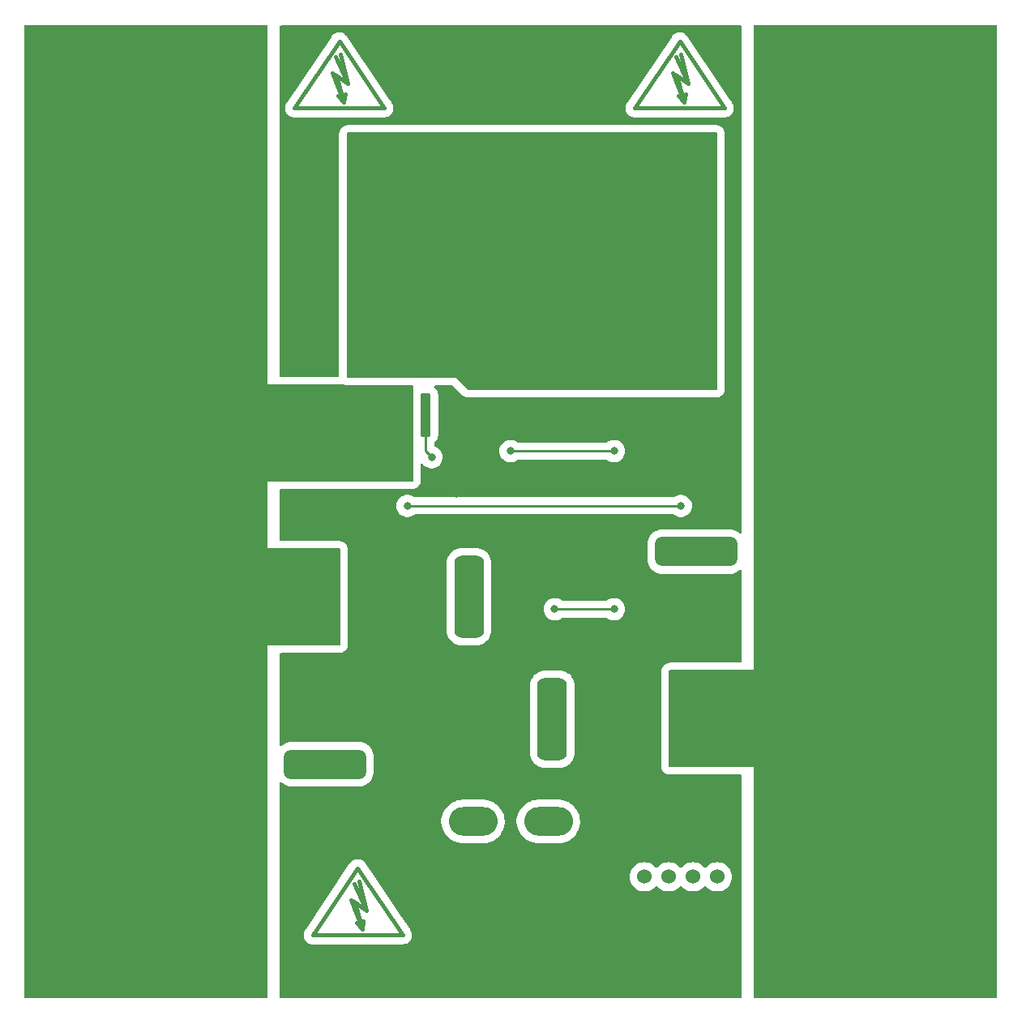
<source format=gbl>
G04 #@! TF.GenerationSoftware,KiCad,Pcbnew,7.0.7*
G04 #@! TF.CreationDate,2024-02-27T11:50:38-06:00*
G04 #@! TF.ProjectId,Relay_board_hardware,52656c61-795f-4626-9f61-72645f686172,rev?*
G04 #@! TF.SameCoordinates,Original*
G04 #@! TF.FileFunction,Copper,L2,Bot*
G04 #@! TF.FilePolarity,Positive*
%FSLAX46Y46*%
G04 Gerber Fmt 4.6, Leading zero omitted, Abs format (unit mm)*
G04 Created by KiCad (PCBNEW 7.0.7) date 2024-02-27 11:50:38*
%MOMM*%
%LPD*%
G01*
G04 APERTURE LIST*
G04 Aperture macros list*
%AMRoundRect*
0 Rectangle with rounded corners*
0 $1 Rounding radius*
0 $2 $3 $4 $5 $6 $7 $8 $9 X,Y pos of 4 corners*
0 Add a 4 corners polygon primitive as box body*
4,1,4,$2,$3,$4,$5,$6,$7,$8,$9,$2,$3,0*
0 Add four circle primitives for the rounded corners*
1,1,$1+$1,$2,$3*
1,1,$1+$1,$4,$5*
1,1,$1+$1,$6,$7*
1,1,$1+$1,$8,$9*
0 Add four rect primitives between the rounded corners*
20,1,$1+$1,$2,$3,$4,$5,0*
20,1,$1+$1,$4,$5,$6,$7,0*
20,1,$1+$1,$6,$7,$8,$9,0*
20,1,$1+$1,$8,$9,$2,$3,0*%
G04 Aperture macros list end*
G04 #@! TA.AperFunction,EtchedComponent*
%ADD10C,0.381000*%
G04 #@! TD*
G04 #@! TA.AperFunction,ComponentPad*
%ADD11O,5.100000X3.000000*%
G04 #@! TD*
G04 #@! TA.AperFunction,ComponentPad*
%ADD12R,25.400000X50.800000*%
G04 #@! TD*
G04 #@! TA.AperFunction,ComponentPad*
%ADD13RoundRect,0.775000X-3.525000X0.775000X-3.525000X-0.775000X3.525000X-0.775000X3.525000X0.775000X0*%
G04 #@! TD*
G04 #@! TA.AperFunction,ComponentPad*
%ADD14RoundRect,0.775000X0.775000X3.525000X-0.775000X3.525000X-0.775000X-3.525000X0.775000X-3.525000X0*%
G04 #@! TD*
G04 #@! TA.AperFunction,ComponentPad*
%ADD15RoundRect,0.775000X-0.775000X-3.525000X0.775000X-3.525000X0.775000X3.525000X-0.775000X3.525000X0*%
G04 #@! TD*
G04 #@! TA.AperFunction,ComponentPad*
%ADD16RoundRect,0.775000X3.525000X-0.775000X3.525000X0.775000X-3.525000X0.775000X-3.525000X-0.775000X0*%
G04 #@! TD*
G04 #@! TA.AperFunction,ComponentPad*
%ADD17R,25.400000X25.400000*%
G04 #@! TD*
G04 #@! TA.AperFunction,ComponentPad*
%ADD18C,2.000000*%
G04 #@! TD*
G04 #@! TA.AperFunction,ComponentPad*
%ADD19C,1.524000*%
G04 #@! TD*
G04 #@! TA.AperFunction,SMDPad,CuDef*
%ADD20RoundRect,0.250000X0.300000X-2.050000X0.300000X2.050000X-0.300000X2.050000X-0.300000X-2.050000X0*%
G04 #@! TD*
G04 #@! TA.AperFunction,SMDPad,CuDef*
%ADD21RoundRect,0.250000X2.375000X-2.025000X2.375000X2.025000X-2.375000X2.025000X-2.375000X-2.025000X0*%
G04 #@! TD*
G04 #@! TA.AperFunction,SMDPad,CuDef*
%ADD22RoundRect,0.250002X5.149998X-4.449998X5.149998X4.449998X-5.149998X4.449998X-5.149998X-4.449998X0*%
G04 #@! TD*
G04 #@! TA.AperFunction,ViaPad*
%ADD23C,0.800000*%
G04 #@! TD*
G04 #@! TA.AperFunction,Conductor*
%ADD24C,0.254000*%
G04 #@! TD*
G04 #@! TA.AperFunction,Conductor*
%ADD25C,0.250000*%
G04 #@! TD*
G04 APERTURE END LIST*
D10*
X174752000Y-59436000D02*
X170053000Y-52451000D01*
X170952160Y-56842660D02*
X169753280Y-56042560D01*
X170952160Y-56842660D02*
X169651680Y-54041040D01*
X170550840Y-58841640D02*
X170652440Y-57942480D01*
X170550840Y-58841640D02*
X169951400Y-58143140D01*
X170550840Y-58841640D02*
X169351960Y-55742840D01*
X170152060Y-53842920D02*
X170952160Y-56842660D01*
X170053000Y-52451000D02*
X165354000Y-59436000D01*
X169753280Y-56042560D02*
X170550840Y-58841640D01*
X169351960Y-55742840D02*
X169951400Y-56141620D01*
X165354000Y-59436000D02*
X174752000Y-59436000D01*
X141127480Y-145787110D02*
X136428480Y-138802110D01*
X137327640Y-143193770D02*
X136128760Y-142393670D01*
X137327640Y-143193770D02*
X136027160Y-140392150D01*
X136926320Y-145192750D02*
X137027920Y-144293590D01*
X136926320Y-145192750D02*
X136326880Y-144494250D01*
X136926320Y-145192750D02*
X135727440Y-142093950D01*
X136527540Y-140194030D02*
X137327640Y-143193770D01*
X136428480Y-138802110D02*
X131729480Y-145787110D01*
X136128760Y-142393670D02*
X136926320Y-145192750D01*
X135727440Y-142093950D02*
X136326880Y-142492730D01*
X131729480Y-145787110D02*
X141127480Y-145787110D01*
X139192000Y-59436000D02*
X134493000Y-52451000D01*
X135392160Y-56842660D02*
X134193280Y-56042560D01*
X135392160Y-56842660D02*
X134091680Y-54041040D01*
X134990840Y-58841640D02*
X135092440Y-57942480D01*
X134990840Y-58841640D02*
X134391400Y-58143140D01*
X134990840Y-58841640D02*
X133791960Y-55742840D01*
X134592060Y-53842920D02*
X135392160Y-56842660D01*
X134493000Y-52451000D02*
X129794000Y-59436000D01*
X134193280Y-56042560D02*
X134990840Y-58841640D01*
X133791960Y-55742840D02*
X134391400Y-56141620D01*
X129794000Y-59436000D02*
X139192000Y-59436000D01*
D11*
X148463000Y-133922800D03*
X156337000Y-133922800D03*
D12*
X114300000Y-76200000D03*
D13*
X158754000Y-105740000D03*
X171754000Y-105740000D03*
D14*
X173754000Y-123240000D03*
D15*
X156754000Y-123240000D03*
D12*
X114300000Y-127000000D03*
X190500000Y-76200000D03*
X190500000Y-127000000D03*
D16*
X146046000Y-127940000D03*
X133046000Y-127940000D03*
D15*
X131046000Y-110440000D03*
D14*
X148046000Y-110440000D03*
D17*
X160655000Y-75565000D03*
D18*
X132080000Y-90250000D03*
X132080000Y-100250000D03*
D19*
X173990000Y-139700000D03*
X171450000Y-139700000D03*
X168910000Y-139700000D03*
X166370000Y-139700000D03*
X163830000Y-139700000D03*
D20*
X143510000Y-91470000D03*
D21*
X138195000Y-84745000D03*
X143745000Y-84745000D03*
D22*
X140970000Y-82320000D03*
D21*
X138195000Y-79895000D03*
X143745000Y-79895000D03*
D20*
X138430000Y-91470000D03*
D23*
X137160000Y-93345000D03*
X133985000Y-95885000D03*
X133985000Y-90805000D03*
X137160000Y-90805000D03*
X133985000Y-93345000D03*
X128270000Y-113030000D03*
X137160000Y-95885000D03*
X128270000Y-107950000D03*
X128270000Y-110490000D03*
X167640000Y-118745000D03*
X161925000Y-97155000D03*
X129540000Y-66040000D03*
X172720000Y-113665000D03*
X129540000Y-77470000D03*
X170815000Y-137160000D03*
X163195000Y-127635000D03*
X167640000Y-127635000D03*
X146685000Y-102870000D03*
X175260000Y-52070000D03*
X158115000Y-113665000D03*
X163195000Y-118745000D03*
X170815000Y-95250000D03*
X168910000Y-113665000D03*
X172720000Y-109855000D03*
X129540000Y-52070000D03*
X175260000Y-77470000D03*
X175895000Y-109855000D03*
X175895000Y-113665000D03*
X158115000Y-109855000D03*
X168910000Y-109855000D03*
X146685000Y-99695000D03*
X175260000Y-66040000D03*
X161925000Y-92075000D03*
X170180000Y-100965000D03*
X141605000Y-100965000D03*
X176530000Y-123190000D03*
X176530000Y-127000000D03*
X176530000Y-119380000D03*
X152400000Y-95250000D03*
X163195000Y-95250000D03*
X140970000Y-78740000D03*
X140970000Y-85090000D03*
X144780000Y-81915000D03*
X137160000Y-81915000D03*
X140970000Y-82550000D03*
X137160000Y-85090000D03*
X144780000Y-85090000D03*
X144780000Y-78740000D03*
X137160000Y-78740000D03*
X157000000Y-111760000D03*
X163195000Y-111760000D03*
X144145000Y-95885000D03*
D24*
X170180000Y-100965000D02*
X141605000Y-100965000D01*
X163195000Y-95250000D02*
X152400000Y-95250000D01*
D25*
X143510000Y-95250000D02*
X144145000Y-95885000D01*
X143510000Y-91470000D02*
X143510000Y-95250000D01*
D24*
X163195000Y-111760000D02*
X157000000Y-111760000D01*
G04 #@! TA.AperFunction,Conductor*
G36*
X177800000Y-128270000D02*
G01*
X170180000Y-128270000D01*
X169034000Y-128270000D01*
X168966961Y-128250315D01*
X168921206Y-128197511D01*
X168910000Y-128146000D01*
X168910000Y-118234000D01*
X168929685Y-118166961D01*
X168982489Y-118121206D01*
X169034000Y-118110000D01*
X177800000Y-118110000D01*
X177800000Y-128270000D01*
G37*
G04 #@! TD.AperFunction*
G04 #@! TA.AperFunction,Conductor*
G36*
X176473039Y-50820185D02*
G01*
X176518794Y-50872989D01*
X176530000Y-50924500D01*
X176530000Y-103742359D01*
X176510315Y-103809398D01*
X176457511Y-103855153D01*
X176388353Y-103865097D01*
X176325659Y-103836812D01*
X176214615Y-103742359D01*
X176180626Y-103713448D01*
X175968188Y-103585024D01*
X175968187Y-103585024D01*
X175737900Y-103492341D01*
X175495727Y-103437799D01*
X175495720Y-103437798D01*
X175349849Y-103427500D01*
X168158152Y-103427501D01*
X168142237Y-103428624D01*
X168012281Y-103437798D01*
X168012275Y-103437798D01*
X168012275Y-103437799D01*
X168012272Y-103437799D01*
X168012270Y-103437800D01*
X167770103Y-103492340D01*
X167770098Y-103492341D01*
X167539811Y-103585024D01*
X167539806Y-103585027D01*
X167327380Y-103713444D01*
X167327370Y-103713451D01*
X167138285Y-103874285D01*
X166977451Y-104063370D01*
X166977444Y-104063380D01*
X166849027Y-104275806D01*
X166849024Y-104275811D01*
X166756341Y-104506098D01*
X166756341Y-104506100D01*
X166701799Y-104748272D01*
X166701798Y-104748279D01*
X166691500Y-104894151D01*
X166691501Y-106585847D01*
X166701798Y-106731718D01*
X166701800Y-106731729D01*
X166756340Y-106973896D01*
X166756341Y-106973901D01*
X166849024Y-107204188D01*
X166977448Y-107416626D01*
X166977451Y-107416629D01*
X167138285Y-107605714D01*
X167215695Y-107671558D01*
X167327374Y-107766552D01*
X167539812Y-107894976D01*
X167770101Y-107987659D01*
X168012275Y-108042201D01*
X168158151Y-108052500D01*
X175349848Y-108052499D01*
X175495725Y-108042201D01*
X175737899Y-107987659D01*
X175968188Y-107894976D01*
X176180626Y-107766552D01*
X176325657Y-107643188D01*
X176389476Y-107614746D01*
X176458541Y-107625322D01*
X176510924Y-107671558D01*
X176529999Y-107737640D01*
X176530000Y-117218500D01*
X176510315Y-117285539D01*
X176457511Y-117331294D01*
X176406000Y-117342500D01*
X169034000Y-117342500D01*
X169033991Y-117342500D01*
X169033990Y-117342501D01*
X168870855Y-117360040D01*
X168870843Y-117360042D01*
X168819339Y-117371247D01*
X168793663Y-117377296D01*
X168627200Y-117440892D01*
X168627195Y-117440895D01*
X168479885Y-117541166D01*
X168441282Y-117574616D01*
X168427079Y-117586924D01*
X168401656Y-117611421D01*
X168368655Y-117643222D01*
X168262994Y-117786724D01*
X168193276Y-117950725D01*
X168173591Y-118017764D01*
X168163189Y-118056994D01*
X168163188Y-118057001D01*
X168163188Y-118057002D01*
X168142500Y-118234000D01*
X168142500Y-128146000D01*
X168142501Y-128146009D01*
X168160040Y-128309144D01*
X168160042Y-128309156D01*
X168171247Y-128360661D01*
X168177296Y-128386336D01*
X168240892Y-128552799D01*
X168240895Y-128552804D01*
X168341166Y-128700114D01*
X168341169Y-128700117D01*
X168386924Y-128752921D01*
X168443226Y-128811348D01*
X168586726Y-128917007D01*
X168750725Y-128986724D01*
X168817764Y-129006409D01*
X168857002Y-129016812D01*
X169034000Y-129037500D01*
X169034007Y-129037500D01*
X176406000Y-129037500D01*
X176473039Y-129057185D01*
X176518794Y-129109989D01*
X176530000Y-129161500D01*
X176530000Y-152275500D01*
X176510315Y-152342539D01*
X176457511Y-152388294D01*
X176406000Y-152399500D01*
X128394000Y-152399500D01*
X128326961Y-152379815D01*
X128281206Y-152327011D01*
X128270000Y-152275500D01*
X128270000Y-145802305D01*
X130771684Y-145802305D01*
X130772422Y-145808574D01*
X130773113Y-145829329D01*
X130772794Y-145835625D01*
X130772794Y-145835631D01*
X130784957Y-145915026D01*
X130794350Y-145994799D01*
X130794350Y-145994801D01*
X130796333Y-146000788D01*
X130801188Y-146020981D01*
X130802142Y-146027207D01*
X130802144Y-146027214D01*
X130830037Y-146102527D01*
X130855299Y-146178785D01*
X130858449Y-146184255D01*
X130867271Y-146203060D01*
X130869460Y-146208970D01*
X130869464Y-146208977D01*
X130911945Y-146277133D01*
X130942691Y-146330511D01*
X130952038Y-146346739D01*
X130952040Y-146346742D01*
X130952042Y-146346744D01*
X130956214Y-146351451D01*
X130968648Y-146368105D01*
X130971983Y-146373455D01*
X131027319Y-146431669D01*
X131080598Y-146491776D01*
X131080601Y-146491779D01*
X131080604Y-146491782D01*
X131080607Y-146491784D01*
X131080609Y-146491786D01*
X131085645Y-146495558D01*
X131101180Y-146509370D01*
X131105517Y-146513932D01*
X131105523Y-146513938D01*
X131162809Y-146553809D01*
X131171438Y-146559815D01*
X131235737Y-146607975D01*
X131241436Y-146610659D01*
X131259429Y-146621060D01*
X131263022Y-146623560D01*
X131264602Y-146624660D01*
X131338398Y-146656328D01*
X131361891Y-146667393D01*
X131411084Y-146690563D01*
X131417200Y-146692043D01*
X131436936Y-146698613D01*
X131442716Y-146701094D01*
X131521382Y-146717260D01*
X131599463Y-146736160D01*
X131605756Y-146736379D01*
X131626394Y-146738841D01*
X131632569Y-146740110D01*
X131712884Y-146740110D01*
X131793168Y-146742906D01*
X131793174Y-146742905D01*
X131799380Y-146741854D01*
X131820101Y-146740110D01*
X141093687Y-146740110D01*
X141097810Y-146740247D01*
X141105461Y-146740756D01*
X141160815Y-146744445D01*
X141240408Y-146733541D01*
X141320307Y-146725416D01*
X141326302Y-146723534D01*
X141346601Y-146718993D01*
X141352843Y-146718138D01*
X141428615Y-146691433D01*
X141505239Y-146667393D01*
X141510734Y-146664342D01*
X141529701Y-146655808D01*
X141535645Y-146653714D01*
X141604484Y-146612307D01*
X141674706Y-146573332D01*
X141679474Y-146569238D01*
X141696338Y-146557057D01*
X141701736Y-146553812D01*
X141760831Y-146499395D01*
X141821770Y-146447082D01*
X141825625Y-146442100D01*
X141839684Y-146426785D01*
X141844317Y-146422521D01*
X141891243Y-146357329D01*
X141940409Y-146293813D01*
X141943177Y-146288168D01*
X141953877Y-146270316D01*
X141957550Y-146265215D01*
X141990390Y-146191919D01*
X142025767Y-146119799D01*
X142027345Y-146113703D01*
X142034227Y-146094080D01*
X142036801Y-146088336D01*
X142054214Y-146009927D01*
X142074349Y-145932165D01*
X142074668Y-145925875D01*
X142077458Y-145905267D01*
X142078823Y-145899125D01*
X142080097Y-145818821D01*
X142084166Y-145738592D01*
X142083211Y-145732359D01*
X142081797Y-145711618D01*
X142081898Y-145705328D01*
X142066980Y-145626409D01*
X142054816Y-145547006D01*
X142052628Y-145541100D01*
X142047065Y-145521059D01*
X142045898Y-145514880D01*
X142015396Y-145440572D01*
X141987500Y-145365250D01*
X141984171Y-145359909D01*
X141974689Y-145341399D01*
X141972299Y-145335577D01*
X141927464Y-145268931D01*
X141884976Y-145200764D01*
X141880632Y-145196194D01*
X141867624Y-145179980D01*
X141540138Y-144693177D01*
X140890953Y-143728172D01*
X138181092Y-139700000D01*
X164840786Y-139700000D01*
X164859612Y-139939219D01*
X164915630Y-140172553D01*
X164915630Y-140172554D01*
X165007457Y-140394245D01*
X165007459Y-140394248D01*
X165132837Y-140598846D01*
X165132841Y-140598851D01*
X165161244Y-140632106D01*
X165288682Y-140781318D01*
X165405481Y-140881073D01*
X165471148Y-140937158D01*
X165471153Y-140937162D01*
X165675751Y-141062540D01*
X165675754Y-141062542D01*
X165897446Y-141154369D01*
X165955779Y-141168373D01*
X166130778Y-141210387D01*
X166370000Y-141229214D01*
X166609222Y-141210387D01*
X166842553Y-141154369D01*
X166842554Y-141154369D01*
X167064245Y-141062542D01*
X167064246Y-141062541D01*
X167064249Y-141062540D01*
X167268849Y-140937160D01*
X167451318Y-140781318D01*
X167545709Y-140670798D01*
X167604216Y-140632605D01*
X167674084Y-140632106D01*
X167733131Y-140669460D01*
X167734291Y-140670799D01*
X167828682Y-140781318D01*
X168011148Y-140937158D01*
X168011153Y-140937162D01*
X168215751Y-141062540D01*
X168215754Y-141062542D01*
X168437446Y-141154369D01*
X168495779Y-141168373D01*
X168670778Y-141210387D01*
X168910000Y-141229214D01*
X169149222Y-141210387D01*
X169382553Y-141154369D01*
X169382554Y-141154369D01*
X169604245Y-141062542D01*
X169604246Y-141062541D01*
X169604249Y-141062540D01*
X169808849Y-140937160D01*
X169991318Y-140781318D01*
X170085709Y-140670798D01*
X170144216Y-140632605D01*
X170214084Y-140632106D01*
X170273131Y-140669460D01*
X170274291Y-140670799D01*
X170368682Y-140781318D01*
X170551148Y-140937158D01*
X170551153Y-140937162D01*
X170755751Y-141062540D01*
X170755754Y-141062542D01*
X170977446Y-141154369D01*
X171035779Y-141168373D01*
X171210778Y-141210387D01*
X171450000Y-141229214D01*
X171689222Y-141210387D01*
X171922553Y-141154369D01*
X171922554Y-141154369D01*
X172144245Y-141062542D01*
X172144246Y-141062541D01*
X172144249Y-141062540D01*
X172348849Y-140937160D01*
X172531318Y-140781318D01*
X172625709Y-140670798D01*
X172684216Y-140632605D01*
X172754084Y-140632106D01*
X172813131Y-140669460D01*
X172814291Y-140670799D01*
X172908682Y-140781318D01*
X173091148Y-140937158D01*
X173091153Y-140937162D01*
X173295751Y-141062540D01*
X173295754Y-141062542D01*
X173517446Y-141154369D01*
X173575779Y-141168373D01*
X173750778Y-141210387D01*
X173990000Y-141229214D01*
X174229222Y-141210387D01*
X174462553Y-141154369D01*
X174462554Y-141154369D01*
X174684245Y-141062542D01*
X174684246Y-141062541D01*
X174684249Y-141062540D01*
X174888849Y-140937160D01*
X175071318Y-140781318D01*
X175227160Y-140598849D01*
X175352540Y-140394249D01*
X175444369Y-140172553D01*
X175500387Y-139939222D01*
X175519214Y-139700000D01*
X175500387Y-139460778D01*
X175444369Y-139227447D01*
X175444369Y-139227446D01*
X175444369Y-139227445D01*
X175352542Y-139005754D01*
X175352540Y-139005751D01*
X175227162Y-138801153D01*
X175227158Y-138801148D01*
X175165709Y-138729201D01*
X175071318Y-138618682D01*
X174971561Y-138533482D01*
X174888851Y-138462841D01*
X174888846Y-138462837D01*
X174684248Y-138337459D01*
X174684245Y-138337457D01*
X174462553Y-138245630D01*
X174229218Y-138189612D01*
X174229219Y-138189612D01*
X174012342Y-138172544D01*
X173990000Y-138170786D01*
X173989999Y-138170786D01*
X173750780Y-138189612D01*
X173517446Y-138245630D01*
X173517445Y-138245630D01*
X173295754Y-138337457D01*
X173295751Y-138337459D01*
X173091153Y-138462837D01*
X173091148Y-138462841D01*
X172908682Y-138618681D01*
X172814291Y-138729201D01*
X172755784Y-138767395D01*
X172685916Y-138767894D01*
X172626869Y-138730540D01*
X172625709Y-138729201D01*
X172531317Y-138618681D01*
X172348851Y-138462841D01*
X172348846Y-138462837D01*
X172144248Y-138337459D01*
X172144245Y-138337457D01*
X171922553Y-138245630D01*
X171689218Y-138189612D01*
X171689219Y-138189612D01*
X171450000Y-138170786D01*
X171210780Y-138189612D01*
X170977446Y-138245630D01*
X170977445Y-138245630D01*
X170755754Y-138337457D01*
X170755751Y-138337459D01*
X170551153Y-138462837D01*
X170551148Y-138462841D01*
X170368682Y-138618681D01*
X170274291Y-138729201D01*
X170215784Y-138767395D01*
X170145916Y-138767894D01*
X170086869Y-138730540D01*
X170085709Y-138729201D01*
X169991317Y-138618681D01*
X169808851Y-138462841D01*
X169808846Y-138462837D01*
X169604248Y-138337459D01*
X169604245Y-138337457D01*
X169382553Y-138245630D01*
X169149218Y-138189612D01*
X169149219Y-138189612D01*
X168932342Y-138172544D01*
X168910000Y-138170786D01*
X168909999Y-138170786D01*
X168670780Y-138189612D01*
X168437446Y-138245630D01*
X168437445Y-138245630D01*
X168215754Y-138337457D01*
X168215751Y-138337459D01*
X168011153Y-138462837D01*
X168011148Y-138462841D01*
X167828682Y-138618681D01*
X167734291Y-138729201D01*
X167675784Y-138767395D01*
X167605916Y-138767894D01*
X167546869Y-138730540D01*
X167545709Y-138729201D01*
X167451317Y-138618681D01*
X167268851Y-138462841D01*
X167268846Y-138462837D01*
X167064248Y-138337459D01*
X167064245Y-138337457D01*
X166842553Y-138245630D01*
X166609218Y-138189612D01*
X166609219Y-138189612D01*
X166370000Y-138170786D01*
X166130780Y-138189612D01*
X165897446Y-138245630D01*
X165897445Y-138245630D01*
X165675754Y-138337457D01*
X165675751Y-138337459D01*
X165471153Y-138462837D01*
X165471148Y-138462841D01*
X165288682Y-138618682D01*
X165132841Y-138801148D01*
X165132837Y-138801153D01*
X165007459Y-139005751D01*
X165007457Y-139005754D01*
X164915630Y-139227445D01*
X164915630Y-139227446D01*
X164859612Y-139460780D01*
X164840786Y-139700000D01*
X138181092Y-139700000D01*
X137238930Y-138299488D01*
X137236655Y-138295840D01*
X137205922Y-138242481D01*
X137151665Y-138181271D01*
X137099382Y-138118377D01*
X137099380Y-138118376D01*
X137099380Y-138118375D01*
X137095774Y-138115491D01*
X137080424Y-138100900D01*
X137077360Y-138097443D01*
X137077358Y-138097441D01*
X137077355Y-138097438D01*
X137011868Y-138048388D01*
X136948014Y-137997322D01*
X136947545Y-137997082D01*
X136943887Y-137995215D01*
X136925940Y-137984027D01*
X136922231Y-137981249D01*
X136922225Y-137981246D01*
X136848211Y-137946386D01*
X136775379Y-137909215D01*
X136775378Y-137909214D01*
X136775377Y-137909214D01*
X136770911Y-137907981D01*
X136751068Y-137900632D01*
X136746880Y-137898659D01*
X136746875Y-137898658D01*
X136667398Y-137879420D01*
X136588534Y-137857660D01*
X136588535Y-137857660D01*
X136583907Y-137857352D01*
X136562997Y-137854149D01*
X136558496Y-137853060D01*
X136476769Y-137850213D01*
X136395148Y-137844775D01*
X136395143Y-137844775D01*
X136390541Y-137845405D01*
X136369430Y-137846474D01*
X136364801Y-137846313D01*
X136364795Y-137846313D01*
X136284148Y-137859980D01*
X136203118Y-137871081D01*
X136198743Y-137872623D01*
X136178261Y-137877926D01*
X136173697Y-137878699D01*
X136097461Y-137908317D01*
X136020315Y-137935506D01*
X136020310Y-137935508D01*
X136016337Y-137937898D01*
X135997350Y-137947211D01*
X135993038Y-137948886D01*
X135993022Y-137948894D01*
X135924323Y-137993244D01*
X135854225Y-138035406D01*
X135854219Y-138035411D01*
X135850806Y-138038554D01*
X135834081Y-138051500D01*
X135830193Y-138054010D01*
X135771829Y-138111276D01*
X135711642Y-138166699D01*
X135708933Y-138170463D01*
X135695155Y-138186513D01*
X135691848Y-138189757D01*
X135646201Y-138257611D01*
X135598410Y-138324004D01*
X135598402Y-138324018D01*
X135596508Y-138328245D01*
X135586244Y-138346734D01*
X130957609Y-145227138D01*
X130955194Y-145230482D01*
X130916552Y-145280404D01*
X130916551Y-145280405D01*
X130881173Y-145352529D01*
X130843315Y-145423360D01*
X130841524Y-145429403D01*
X130833972Y-145448754D01*
X130831193Y-145454418D01*
X130831193Y-145454419D01*
X130811055Y-145532193D01*
X130788232Y-145609195D01*
X130788231Y-145609200D01*
X130787693Y-145615476D01*
X130784191Y-145635950D01*
X130782611Y-145642051D01*
X130778541Y-145722279D01*
X130771684Y-145802305D01*
X128270000Y-145802305D01*
X128270000Y-133998574D01*
X145146702Y-133998574D01*
X145177022Y-134299959D01*
X145177023Y-134299962D01*
X145247243Y-134594619D01*
X145247247Y-134594633D01*
X145356108Y-134877286D01*
X145356111Y-134877292D01*
X145356113Y-134877297D01*
X145501688Y-135142936D01*
X145681370Y-135386802D01*
X145891953Y-135604544D01*
X146129679Y-135792274D01*
X146233929Y-135854022D01*
X146390300Y-135946641D01*
X146390302Y-135946642D01*
X146390304Y-135946642D01*
X146390306Y-135946644D01*
X146669183Y-136064898D01*
X146669186Y-136064898D01*
X146669189Y-136064900D01*
X146797969Y-136100176D01*
X146961333Y-136144926D01*
X147261543Y-136185300D01*
X147261547Y-136185300D01*
X149588655Y-136185300D01*
X149724601Y-136176199D01*
X149815237Y-136170132D01*
X150112080Y-136109796D01*
X150398233Y-136010433D01*
X150583159Y-135916984D01*
X150668579Y-135873821D01*
X150668581Y-135873819D01*
X150668588Y-135873816D01*
X150918323Y-135702383D01*
X151142979Y-135499193D01*
X151338548Y-135267873D01*
X151501540Y-135012550D01*
X151629047Y-134737780D01*
X151718793Y-134448467D01*
X151769176Y-134149773D01*
X151774231Y-133998574D01*
X153020702Y-133998574D01*
X153051022Y-134299959D01*
X153051023Y-134299962D01*
X153121243Y-134594619D01*
X153121247Y-134594633D01*
X153230108Y-134877286D01*
X153230111Y-134877292D01*
X153230113Y-134877297D01*
X153375688Y-135142936D01*
X153555370Y-135386802D01*
X153765953Y-135604544D01*
X154003679Y-135792274D01*
X154107929Y-135854022D01*
X154264300Y-135946641D01*
X154264302Y-135946642D01*
X154264304Y-135946642D01*
X154264306Y-135946644D01*
X154543183Y-136064898D01*
X154543186Y-136064898D01*
X154543189Y-136064900D01*
X154671969Y-136100176D01*
X154835333Y-136144926D01*
X155135543Y-136185300D01*
X155135547Y-136185300D01*
X157462655Y-136185300D01*
X157598601Y-136176199D01*
X157689237Y-136170132D01*
X157986080Y-136109796D01*
X158272233Y-136010433D01*
X158457159Y-135916984D01*
X158542579Y-135873821D01*
X158542581Y-135873819D01*
X158542588Y-135873816D01*
X158792323Y-135702383D01*
X159016979Y-135499193D01*
X159212548Y-135267873D01*
X159375540Y-135012550D01*
X159503047Y-134737780D01*
X159592793Y-134448467D01*
X159643176Y-134149773D01*
X159653298Y-133847029D01*
X159622977Y-133545638D01*
X159552756Y-133250976D01*
X159443887Y-132968303D01*
X159298312Y-132702664D01*
X159118630Y-132458798D01*
X158908047Y-132241056D01*
X158908040Y-132241050D01*
X158784153Y-132143218D01*
X158670321Y-132053326D01*
X158670316Y-132053323D01*
X158409699Y-131898958D01*
X158409697Y-131898957D01*
X158130810Y-131780699D01*
X157838668Y-131700674D01*
X157763614Y-131690580D01*
X157538457Y-131660300D01*
X155211351Y-131660300D01*
X155211345Y-131660300D01*
X154984766Y-131675467D01*
X154984756Y-131675469D01*
X154687917Y-131735804D01*
X154401765Y-131835167D01*
X154401762Y-131835169D01*
X154131420Y-131971778D01*
X153881675Y-132143218D01*
X153881674Y-132143219D01*
X153657019Y-132346408D01*
X153461449Y-132577730D01*
X153298457Y-132833054D01*
X153235691Y-132968313D01*
X153170953Y-133107820D01*
X153137575Y-133215417D01*
X153081207Y-133397130D01*
X153030824Y-133695827D01*
X153020702Y-133998574D01*
X151774231Y-133998574D01*
X151779298Y-133847029D01*
X151748977Y-133545638D01*
X151678756Y-133250976D01*
X151569887Y-132968303D01*
X151424312Y-132702664D01*
X151244630Y-132458798D01*
X151034047Y-132241056D01*
X151034040Y-132241050D01*
X150910153Y-132143218D01*
X150796321Y-132053326D01*
X150796316Y-132053323D01*
X150535699Y-131898958D01*
X150535697Y-131898957D01*
X150256810Y-131780699D01*
X149964668Y-131700674D01*
X149889614Y-131690580D01*
X149664457Y-131660300D01*
X147337351Y-131660300D01*
X147337345Y-131660300D01*
X147110766Y-131675467D01*
X147110756Y-131675469D01*
X146813917Y-131735804D01*
X146527765Y-131835167D01*
X146527762Y-131835169D01*
X146257420Y-131971778D01*
X146007675Y-132143218D01*
X146007674Y-132143219D01*
X145783019Y-132346408D01*
X145587449Y-132577730D01*
X145424457Y-132833054D01*
X145361691Y-132968313D01*
X145296953Y-133107820D01*
X145263575Y-133215417D01*
X145207207Y-133397130D01*
X145156824Y-133695827D01*
X145146702Y-133998574D01*
X128270000Y-133998574D01*
X128270000Y-129937640D01*
X128289685Y-129870601D01*
X128342489Y-129824846D01*
X128411647Y-129814902D01*
X128474340Y-129843186D01*
X128619374Y-129966552D01*
X128831812Y-130094976D01*
X129062101Y-130187659D01*
X129304275Y-130242201D01*
X129450151Y-130252500D01*
X136641848Y-130252499D01*
X136787725Y-130242201D01*
X137029899Y-130187659D01*
X137260188Y-130094976D01*
X137472626Y-129966552D01*
X137661714Y-129805714D01*
X137822552Y-129616626D01*
X137950976Y-129404188D01*
X138043659Y-129173899D01*
X138098201Y-128931725D01*
X138108500Y-128785849D01*
X138108499Y-127094152D01*
X138098201Y-126948275D01*
X138043659Y-126706101D01*
X137950976Y-126475812D01*
X137822552Y-126263374D01*
X137756179Y-126185343D01*
X137661714Y-126074285D01*
X137506615Y-125942359D01*
X137472626Y-125913448D01*
X137260188Y-125785024D01*
X137260187Y-125785024D01*
X137029900Y-125692341D01*
X136787727Y-125637799D01*
X136787720Y-125637798D01*
X136641849Y-125627500D01*
X129450152Y-125627501D01*
X129434237Y-125628624D01*
X129304281Y-125637798D01*
X129304275Y-125637798D01*
X129304275Y-125637799D01*
X129304272Y-125637799D01*
X129304270Y-125637800D01*
X129062103Y-125692340D01*
X129062098Y-125692341D01*
X128831811Y-125785024D01*
X128831806Y-125785027D01*
X128619380Y-125913444D01*
X128619370Y-125913451D01*
X128474341Y-126036812D01*
X128410522Y-126065253D01*
X128341457Y-126054677D01*
X128289075Y-126008440D01*
X128270000Y-125942359D01*
X128270000Y-119644151D01*
X154441500Y-119644151D01*
X154441501Y-126835847D01*
X154451798Y-126981718D01*
X154451798Y-126981722D01*
X154451799Y-126981725D01*
X154451800Y-126981729D01*
X154506340Y-127223896D01*
X154506341Y-127223901D01*
X154599023Y-127454187D01*
X154599024Y-127454188D01*
X154727448Y-127666626D01*
X154727451Y-127666629D01*
X154888285Y-127855714D01*
X154999343Y-127950179D01*
X155077374Y-128016552D01*
X155289812Y-128144976D01*
X155520101Y-128237659D01*
X155762275Y-128292201D01*
X155908151Y-128302500D01*
X157599848Y-128302499D01*
X157745725Y-128292201D01*
X157987899Y-128237659D01*
X158218188Y-128144976D01*
X158430626Y-128016552D01*
X158619714Y-127855714D01*
X158780552Y-127666626D01*
X158908976Y-127454188D01*
X159001659Y-127223899D01*
X159056201Y-126981725D01*
X159066500Y-126835849D01*
X159066499Y-119644152D01*
X159056201Y-119498275D01*
X159001659Y-119256101D01*
X158908976Y-119025812D01*
X158780552Y-118813374D01*
X158714179Y-118735343D01*
X158619714Y-118624285D01*
X158489148Y-118513227D01*
X158430626Y-118463448D01*
X158218188Y-118335024D01*
X158218188Y-118335023D01*
X157987900Y-118242341D01*
X157745727Y-118187799D01*
X157745720Y-118187798D01*
X157599849Y-118177500D01*
X155908152Y-118177501D01*
X155892237Y-118178624D01*
X155762281Y-118187798D01*
X155762275Y-118187798D01*
X155762275Y-118187799D01*
X155762272Y-118187799D01*
X155762270Y-118187800D01*
X155520103Y-118242340D01*
X155520098Y-118242341D01*
X155289811Y-118335024D01*
X155289806Y-118335027D01*
X155077380Y-118463444D01*
X155077370Y-118463451D01*
X154888285Y-118624285D01*
X154727451Y-118813370D01*
X154727444Y-118813380D01*
X154599027Y-119025806D01*
X154599024Y-119025811D01*
X154506341Y-119256098D01*
X154506341Y-119256100D01*
X154451799Y-119498272D01*
X154451798Y-119498279D01*
X154441500Y-119644151D01*
X128270000Y-119644151D01*
X128270000Y-116461500D01*
X128289685Y-116394461D01*
X128342489Y-116348706D01*
X128394000Y-116337500D01*
X134495990Y-116337500D01*
X134496000Y-116337500D01*
X134659150Y-116319959D01*
X134710661Y-116308753D01*
X134736336Y-116302704D01*
X134849438Y-116259493D01*
X134902799Y-116239107D01*
X134902801Y-116239105D01*
X134902803Y-116239105D01*
X135050117Y-116138831D01*
X135102921Y-116093076D01*
X135161348Y-116036774D01*
X135267007Y-115893274D01*
X135336724Y-115729275D01*
X135356409Y-115662236D01*
X135366812Y-115622998D01*
X135387500Y-115446000D01*
X135387500Y-106844151D01*
X145733500Y-106844151D01*
X145733501Y-114035847D01*
X145743798Y-114181718D01*
X145743798Y-114181722D01*
X145743799Y-114181725D01*
X145743800Y-114181729D01*
X145798340Y-114423896D01*
X145798341Y-114423901D01*
X145891023Y-114654188D01*
X145891024Y-114654188D01*
X146019448Y-114866626D01*
X146019451Y-114866629D01*
X146180285Y-115055714D01*
X146291343Y-115150179D01*
X146369374Y-115216552D01*
X146581812Y-115344976D01*
X146812101Y-115437659D01*
X147054275Y-115492201D01*
X147200151Y-115502500D01*
X148891848Y-115502499D01*
X149037725Y-115492201D01*
X149279899Y-115437659D01*
X149510188Y-115344976D01*
X149722626Y-115216552D01*
X149911714Y-115055714D01*
X150072552Y-114866626D01*
X150200976Y-114654188D01*
X150293659Y-114423899D01*
X150348201Y-114181725D01*
X150358500Y-114035849D01*
X150358500Y-111759999D01*
X155832520Y-111759999D01*
X155852398Y-111974519D01*
X155911356Y-112181740D01*
X155911360Y-112181750D01*
X156007386Y-112374597D01*
X156137223Y-112546528D01*
X156296435Y-112691668D01*
X156296437Y-112691670D01*
X156479605Y-112805083D01*
X156479611Y-112805086D01*
X156522169Y-112821573D01*
X156680504Y-112882912D01*
X156892279Y-112922500D01*
X156892281Y-112922500D01*
X157107719Y-112922500D01*
X157107721Y-112922500D01*
X157319496Y-112882912D01*
X157520391Y-112805085D01*
X157703564Y-112691669D01*
X157714321Y-112681862D01*
X157777125Y-112651246D01*
X157797859Y-112649500D01*
X162397141Y-112649500D01*
X162464180Y-112669185D01*
X162480676Y-112681859D01*
X162491436Y-112691669D01*
X162491438Y-112691670D01*
X162491439Y-112691671D01*
X162674605Y-112805083D01*
X162674611Y-112805086D01*
X162717169Y-112821573D01*
X162875504Y-112882912D01*
X163087279Y-112922500D01*
X163087281Y-112922500D01*
X163302719Y-112922500D01*
X163302721Y-112922500D01*
X163514496Y-112882912D01*
X163715391Y-112805085D01*
X163898564Y-112691669D01*
X164057778Y-112546526D01*
X164187612Y-112374599D01*
X164283643Y-112181742D01*
X164342601Y-111974524D01*
X164362480Y-111760000D01*
X164342601Y-111545476D01*
X164283643Y-111338258D01*
X164283639Y-111338249D01*
X164187613Y-111145402D01*
X164057776Y-110973471D01*
X163898564Y-110828331D01*
X163898562Y-110828329D01*
X163715394Y-110714916D01*
X163715388Y-110714913D01*
X163557056Y-110653576D01*
X163514496Y-110637088D01*
X163302721Y-110597500D01*
X163087279Y-110597500D01*
X162875504Y-110637088D01*
X162875501Y-110637088D01*
X162875501Y-110637089D01*
X162674611Y-110714913D01*
X162674605Y-110714916D01*
X162491439Y-110828328D01*
X162491435Y-110828331D01*
X162491436Y-110828331D01*
X162480678Y-110838137D01*
X162417875Y-110868754D01*
X162397141Y-110870500D01*
X157797859Y-110870500D01*
X157730820Y-110850815D01*
X157714323Y-110838140D01*
X157703564Y-110828331D01*
X157703561Y-110828329D01*
X157703560Y-110828328D01*
X157520394Y-110714916D01*
X157520388Y-110714913D01*
X157362056Y-110653576D01*
X157319496Y-110637088D01*
X157107721Y-110597500D01*
X156892279Y-110597500D01*
X156680504Y-110637088D01*
X156680501Y-110637088D01*
X156680501Y-110637089D01*
X156479611Y-110714913D01*
X156479605Y-110714916D01*
X156296437Y-110828329D01*
X156296435Y-110828331D01*
X156137223Y-110973471D01*
X156007386Y-111145402D01*
X155911360Y-111338249D01*
X155911356Y-111338259D01*
X155852398Y-111545480D01*
X155832520Y-111759999D01*
X150358500Y-111759999D01*
X150358499Y-106844152D01*
X150348201Y-106698275D01*
X150293659Y-106456101D01*
X150200976Y-106225812D01*
X150072552Y-106013374D01*
X150006179Y-105935343D01*
X149911714Y-105824285D01*
X149781148Y-105713227D01*
X149722626Y-105663448D01*
X149510188Y-105535024D01*
X149507619Y-105533990D01*
X149279900Y-105442341D01*
X149037727Y-105387799D01*
X149037720Y-105387798D01*
X148891849Y-105377500D01*
X147200152Y-105377501D01*
X147184237Y-105378624D01*
X147054281Y-105387798D01*
X147054275Y-105387798D01*
X147054275Y-105387799D01*
X147054272Y-105387799D01*
X147054270Y-105387800D01*
X146812103Y-105442340D01*
X146812098Y-105442341D01*
X146581811Y-105535024D01*
X146581806Y-105535027D01*
X146369380Y-105663444D01*
X146369370Y-105663451D01*
X146180285Y-105824285D01*
X146019451Y-106013370D01*
X146019444Y-106013380D01*
X145891027Y-106225806D01*
X145891024Y-106225811D01*
X145798341Y-106456098D01*
X145798341Y-106456100D01*
X145743799Y-106698272D01*
X145743798Y-106698279D01*
X145733500Y-106844151D01*
X135387500Y-106844151D01*
X135387500Y-105534000D01*
X135369959Y-105370850D01*
X135358753Y-105319339D01*
X135352704Y-105293664D01*
X135326001Y-105223771D01*
X135289107Y-105127200D01*
X135289104Y-105127195D01*
X135188833Y-104979885D01*
X135143079Y-104927083D01*
X135143076Y-104927079D01*
X135086774Y-104868652D01*
X134943274Y-104762993D01*
X134779275Y-104693276D01*
X134712236Y-104673591D01*
X134712236Y-104673590D01*
X134673005Y-104663189D01*
X134672999Y-104663188D01*
X134672998Y-104663188D01*
X134496000Y-104642500D01*
X128394000Y-104642500D01*
X128326961Y-104622815D01*
X128281206Y-104570011D01*
X128270000Y-104518500D01*
X128270000Y-100964999D01*
X140437520Y-100964999D01*
X140457398Y-101179519D01*
X140516356Y-101386740D01*
X140516360Y-101386750D01*
X140612386Y-101579597D01*
X140742223Y-101751528D01*
X140901435Y-101896668D01*
X140901437Y-101896670D01*
X141084605Y-102010083D01*
X141084611Y-102010086D01*
X141127169Y-102026573D01*
X141285504Y-102087912D01*
X141497279Y-102127500D01*
X141497281Y-102127500D01*
X141712719Y-102127500D01*
X141712721Y-102127500D01*
X141924496Y-102087912D01*
X142125391Y-102010085D01*
X142308564Y-101896669D01*
X142319321Y-101886862D01*
X142382125Y-101856246D01*
X142402859Y-101854500D01*
X169382141Y-101854500D01*
X169449180Y-101874185D01*
X169465676Y-101886859D01*
X169476436Y-101896669D01*
X169476438Y-101896670D01*
X169476439Y-101896671D01*
X169659605Y-102010083D01*
X169659611Y-102010086D01*
X169702169Y-102026573D01*
X169860504Y-102087912D01*
X170072279Y-102127500D01*
X170072281Y-102127500D01*
X170287719Y-102127500D01*
X170287721Y-102127500D01*
X170499496Y-102087912D01*
X170700391Y-102010085D01*
X170883564Y-101896669D01*
X171042778Y-101751526D01*
X171172612Y-101579599D01*
X171268643Y-101386742D01*
X171327601Y-101179524D01*
X171347480Y-100965000D01*
X171327601Y-100750476D01*
X171268643Y-100543258D01*
X171268639Y-100543249D01*
X171172613Y-100350402D01*
X171042776Y-100178471D01*
X170883564Y-100033331D01*
X170883562Y-100033329D01*
X170700394Y-99919916D01*
X170700388Y-99919913D01*
X170542056Y-99858576D01*
X170499496Y-99842088D01*
X170287721Y-99802500D01*
X170072279Y-99802500D01*
X169860504Y-99842088D01*
X169860501Y-99842088D01*
X169860501Y-99842089D01*
X169659611Y-99919913D01*
X169659605Y-99919916D01*
X169476439Y-100033328D01*
X169476435Y-100033331D01*
X169476436Y-100033331D01*
X169465678Y-100043137D01*
X169402875Y-100073754D01*
X169382141Y-100075500D01*
X142402859Y-100075500D01*
X142335820Y-100055815D01*
X142319323Y-100043140D01*
X142308564Y-100033331D01*
X142308561Y-100033329D01*
X142308560Y-100033328D01*
X142125394Y-99919916D01*
X142125388Y-99919913D01*
X141967056Y-99858576D01*
X141924496Y-99842088D01*
X141712721Y-99802500D01*
X141497279Y-99802500D01*
X141285504Y-99842088D01*
X141285501Y-99842088D01*
X141285501Y-99842089D01*
X141084611Y-99919913D01*
X141084605Y-99919916D01*
X140901437Y-100033329D01*
X140901435Y-100033331D01*
X140742223Y-100178471D01*
X140612386Y-100350402D01*
X140516360Y-100543249D01*
X140516356Y-100543259D01*
X140457398Y-100750480D01*
X140437520Y-100964999D01*
X128270000Y-100964999D01*
X128270000Y-99316500D01*
X128289685Y-99249461D01*
X128342489Y-99203706D01*
X128394000Y-99192500D01*
X142115990Y-99192500D01*
X142116000Y-99192500D01*
X142279150Y-99174959D01*
X142330661Y-99163753D01*
X142356336Y-99157704D01*
X142469438Y-99114493D01*
X142522799Y-99094107D01*
X142522801Y-99094105D01*
X142522803Y-99094105D01*
X142670117Y-98993831D01*
X142722921Y-98948076D01*
X142781348Y-98891774D01*
X142887007Y-98748274D01*
X142956724Y-98584275D01*
X142976409Y-98517236D01*
X142986812Y-98477998D01*
X143007500Y-98301000D01*
X143007500Y-96677700D01*
X143027185Y-96610662D01*
X143079989Y-96564907D01*
X143149147Y-96554963D01*
X143212703Y-96583988D01*
X143230452Y-96602971D01*
X143252176Y-96631739D01*
X143282223Y-96671528D01*
X143441435Y-96816668D01*
X143441437Y-96816670D01*
X143624605Y-96930083D01*
X143624611Y-96930086D01*
X143667169Y-96946573D01*
X143825504Y-97007912D01*
X144037279Y-97047500D01*
X144037281Y-97047500D01*
X144252719Y-97047500D01*
X144252721Y-97047500D01*
X144464496Y-97007912D01*
X144665391Y-96930085D01*
X144848564Y-96816669D01*
X145007778Y-96671526D01*
X145137612Y-96499599D01*
X145233643Y-96306742D01*
X145292601Y-96099524D01*
X145312480Y-95885000D01*
X145292601Y-95670476D01*
X145233643Y-95463258D01*
X145233639Y-95463249D01*
X145137613Y-95270402D01*
X145122206Y-95250000D01*
X151232520Y-95250000D01*
X151252398Y-95464519D01*
X151311356Y-95671740D01*
X151311360Y-95671750D01*
X151407386Y-95864597D01*
X151537223Y-96036528D01*
X151696435Y-96181668D01*
X151696437Y-96181670D01*
X151879605Y-96295083D01*
X151879611Y-96295086D01*
X151909694Y-96306740D01*
X152080504Y-96372912D01*
X152292279Y-96412500D01*
X152292281Y-96412500D01*
X152507719Y-96412500D01*
X152507721Y-96412500D01*
X152719496Y-96372912D01*
X152920391Y-96295085D01*
X153103564Y-96181669D01*
X153114321Y-96171862D01*
X153177125Y-96141246D01*
X153197859Y-96139500D01*
X162397141Y-96139500D01*
X162464180Y-96159185D01*
X162480676Y-96171859D01*
X162491436Y-96181669D01*
X162491438Y-96181670D01*
X162491439Y-96181671D01*
X162674605Y-96295083D01*
X162674611Y-96295086D01*
X162704694Y-96306740D01*
X162875504Y-96372912D01*
X163087279Y-96412500D01*
X163087281Y-96412500D01*
X163302719Y-96412500D01*
X163302721Y-96412500D01*
X163514496Y-96372912D01*
X163715391Y-96295085D01*
X163898564Y-96181669D01*
X164057778Y-96036526D01*
X164187612Y-95864599D01*
X164283643Y-95671742D01*
X164342601Y-95464524D01*
X164362480Y-95250000D01*
X164342601Y-95035476D01*
X164283643Y-94828258D01*
X164283639Y-94828249D01*
X164187613Y-94635402D01*
X164057776Y-94463471D01*
X163898564Y-94318331D01*
X163898562Y-94318329D01*
X163715394Y-94204916D01*
X163715388Y-94204913D01*
X163557056Y-94143576D01*
X163514496Y-94127088D01*
X163302721Y-94087500D01*
X163087279Y-94087500D01*
X162875504Y-94127088D01*
X162875501Y-94127088D01*
X162875501Y-94127089D01*
X162674611Y-94204913D01*
X162674605Y-94204916D01*
X162491439Y-94318328D01*
X162491435Y-94318331D01*
X162491436Y-94318331D01*
X162480678Y-94328137D01*
X162417875Y-94358754D01*
X162397141Y-94360500D01*
X153197859Y-94360500D01*
X153130820Y-94340815D01*
X153114323Y-94328140D01*
X153103564Y-94318331D01*
X153103561Y-94318329D01*
X153103560Y-94318328D01*
X152920394Y-94204916D01*
X152920388Y-94204913D01*
X152762056Y-94143576D01*
X152719496Y-94127088D01*
X152507721Y-94087500D01*
X152292279Y-94087500D01*
X152080504Y-94127088D01*
X152080501Y-94127088D01*
X152080501Y-94127089D01*
X151879611Y-94204913D01*
X151879605Y-94204916D01*
X151696437Y-94318329D01*
X151696435Y-94318331D01*
X151537223Y-94463471D01*
X151407386Y-94635402D01*
X151311360Y-94828249D01*
X151311356Y-94828259D01*
X151252398Y-95035480D01*
X151232520Y-95250000D01*
X145122206Y-95250000D01*
X145007776Y-95098471D01*
X144848564Y-94953331D01*
X144848562Y-94953329D01*
X144665394Y-94839916D01*
X144665385Y-94839912D01*
X144551303Y-94795717D01*
X144476705Y-94766818D01*
X144421305Y-94724246D01*
X144397714Y-94658480D01*
X144397500Y-94651192D01*
X144397500Y-94406313D01*
X144417185Y-94339274D01*
X144442836Y-94310459D01*
X144446131Y-94307754D01*
X144529410Y-94239410D01*
X144655936Y-94085237D01*
X144749954Y-93909342D01*
X144807850Y-93718485D01*
X144822500Y-93569741D01*
X144822499Y-89370260D01*
X144807850Y-89221515D01*
X144749954Y-89030658D01*
X144749951Y-89030654D01*
X144749951Y-89030651D01*
X144655939Y-88854768D01*
X144655937Y-88854766D01*
X144655936Y-88854763D01*
X144591297Y-88776000D01*
X144529410Y-88700589D01*
X144427986Y-88617353D01*
X144388652Y-88559608D01*
X144386781Y-88489763D01*
X144422968Y-88429995D01*
X144485724Y-88399279D01*
X144506651Y-88397500D01*
X146315730Y-88397500D01*
X146382769Y-88417185D01*
X146403411Y-88433819D01*
X147390519Y-89420928D01*
X147390519Y-89420927D01*
X147392911Y-89423076D01*
X147421105Y-89448400D01*
X147457741Y-89477924D01*
X147559086Y-89547006D01*
X147559092Y-89547009D01*
X147607056Y-89567398D01*
X147723087Y-89616724D01*
X147790126Y-89636409D01*
X147829364Y-89646812D01*
X148006362Y-89667500D01*
X148006369Y-89667500D01*
X173865990Y-89667500D01*
X173866000Y-89667500D01*
X174029150Y-89649959D01*
X174080661Y-89638753D01*
X174106336Y-89632704D01*
X174219438Y-89589493D01*
X174272799Y-89569107D01*
X174272801Y-89569105D01*
X174272803Y-89569105D01*
X174420117Y-89468831D01*
X174472921Y-89423076D01*
X174531348Y-89366774D01*
X174637007Y-89223274D01*
X174706724Y-89059275D01*
X174726409Y-88992236D01*
X174736812Y-88952998D01*
X174757500Y-88776000D01*
X174757500Y-62100000D01*
X174739959Y-61936850D01*
X174728753Y-61885339D01*
X174722704Y-61859664D01*
X174696001Y-61789771D01*
X174659107Y-61693200D01*
X174659104Y-61693195D01*
X174558833Y-61545885D01*
X174513079Y-61493083D01*
X174513076Y-61493079D01*
X174456774Y-61434652D01*
X174313274Y-61328993D01*
X174149275Y-61259276D01*
X174082236Y-61239591D01*
X174082235Y-61239591D01*
X174043005Y-61229189D01*
X174042999Y-61229188D01*
X174042998Y-61229188D01*
X173866000Y-61208500D01*
X135379000Y-61208500D01*
X135378991Y-61208500D01*
X135378990Y-61208501D01*
X135215855Y-61226040D01*
X135215843Y-61226042D01*
X135164339Y-61237247D01*
X135138663Y-61243296D01*
X134972200Y-61306892D01*
X134972195Y-61306895D01*
X134824885Y-61407166D01*
X134786282Y-61440617D01*
X134772079Y-61452924D01*
X134746656Y-61477421D01*
X134713655Y-61509222D01*
X134607994Y-61652724D01*
X134538276Y-61816725D01*
X134518591Y-61883764D01*
X134508189Y-61922994D01*
X134508188Y-61923001D01*
X134508188Y-61923002D01*
X134487500Y-62100000D01*
X134487500Y-62100005D01*
X134487500Y-62100006D01*
X134487500Y-87373500D01*
X134467815Y-87440539D01*
X134415011Y-87486294D01*
X134363500Y-87497500D01*
X128394000Y-87497500D01*
X128326961Y-87477815D01*
X128281206Y-87425011D01*
X128270000Y-87373500D01*
X128270000Y-59451195D01*
X128836204Y-59451195D01*
X128836942Y-59457464D01*
X128837633Y-59478219D01*
X128837314Y-59484515D01*
X128837314Y-59484521D01*
X128849477Y-59563916D01*
X128858870Y-59643689D01*
X128858870Y-59643691D01*
X128860853Y-59649678D01*
X128865708Y-59669871D01*
X128866662Y-59676097D01*
X128866664Y-59676104D01*
X128894557Y-59751417D01*
X128919819Y-59827675D01*
X128922969Y-59833145D01*
X128931791Y-59851950D01*
X128933980Y-59857860D01*
X128933984Y-59857867D01*
X128976465Y-59926023D01*
X129007211Y-59979401D01*
X129016558Y-59995629D01*
X129016560Y-59995632D01*
X129016562Y-59995634D01*
X129020734Y-60000341D01*
X129033168Y-60016995D01*
X129036503Y-60022345D01*
X129091839Y-60080559D01*
X129145118Y-60140666D01*
X129145121Y-60140669D01*
X129145124Y-60140672D01*
X129145127Y-60140674D01*
X129145129Y-60140676D01*
X129150165Y-60144448D01*
X129165700Y-60158260D01*
X129170037Y-60162822D01*
X129170043Y-60162828D01*
X129227329Y-60202699D01*
X129235958Y-60208705D01*
X129300257Y-60256865D01*
X129305956Y-60259549D01*
X129323949Y-60269950D01*
X129327542Y-60272450D01*
X129329122Y-60273550D01*
X129402918Y-60305218D01*
X129426411Y-60316283D01*
X129475604Y-60339453D01*
X129481720Y-60340933D01*
X129501456Y-60347503D01*
X129507236Y-60349984D01*
X129585902Y-60366150D01*
X129663983Y-60385050D01*
X129670276Y-60385269D01*
X129690914Y-60387731D01*
X129697089Y-60389000D01*
X129777404Y-60389000D01*
X129857688Y-60391796D01*
X129857694Y-60391795D01*
X129863900Y-60390744D01*
X129884621Y-60389000D01*
X139158207Y-60389000D01*
X139162330Y-60389137D01*
X139169981Y-60389646D01*
X139225335Y-60393335D01*
X139304928Y-60382431D01*
X139384827Y-60374306D01*
X139390822Y-60372424D01*
X139411121Y-60367883D01*
X139417363Y-60367028D01*
X139493135Y-60340323D01*
X139569759Y-60316283D01*
X139575254Y-60313232D01*
X139594221Y-60304698D01*
X139600165Y-60302604D01*
X139669004Y-60261197D01*
X139739226Y-60222222D01*
X139743994Y-60218128D01*
X139760858Y-60205947D01*
X139766256Y-60202702D01*
X139825351Y-60148285D01*
X139886290Y-60095972D01*
X139890145Y-60090990D01*
X139904204Y-60075675D01*
X139908837Y-60071411D01*
X139955763Y-60006219D01*
X140004929Y-59942703D01*
X140007697Y-59937058D01*
X140018397Y-59919206D01*
X140022070Y-59914105D01*
X140054910Y-59840809D01*
X140090287Y-59768689D01*
X140091865Y-59762593D01*
X140098747Y-59742970D01*
X140101321Y-59737226D01*
X140118734Y-59658817D01*
X140138869Y-59581055D01*
X140139188Y-59574765D01*
X140141978Y-59554157D01*
X140143343Y-59548015D01*
X140144617Y-59467711D01*
X140145455Y-59451195D01*
X164396204Y-59451195D01*
X164396942Y-59457464D01*
X164397633Y-59478219D01*
X164397314Y-59484515D01*
X164397314Y-59484521D01*
X164409477Y-59563916D01*
X164418870Y-59643689D01*
X164418870Y-59643691D01*
X164420853Y-59649678D01*
X164425708Y-59669871D01*
X164426662Y-59676097D01*
X164426664Y-59676104D01*
X164454557Y-59751417D01*
X164479819Y-59827675D01*
X164482969Y-59833145D01*
X164491791Y-59851950D01*
X164493980Y-59857860D01*
X164493984Y-59857867D01*
X164536465Y-59926023D01*
X164567211Y-59979401D01*
X164576558Y-59995629D01*
X164576560Y-59995632D01*
X164576562Y-59995634D01*
X164580734Y-60000341D01*
X164593168Y-60016995D01*
X164596503Y-60022345D01*
X164651839Y-60080559D01*
X164705118Y-60140666D01*
X164705121Y-60140669D01*
X164705124Y-60140672D01*
X164705127Y-60140674D01*
X164705129Y-60140676D01*
X164710165Y-60144448D01*
X164725700Y-60158260D01*
X164730037Y-60162822D01*
X164730043Y-60162828D01*
X164787329Y-60202699D01*
X164795958Y-60208705D01*
X164860257Y-60256865D01*
X164865956Y-60259549D01*
X164883949Y-60269950D01*
X164887542Y-60272450D01*
X164889122Y-60273550D01*
X164962918Y-60305218D01*
X164986411Y-60316283D01*
X165035604Y-60339453D01*
X165041720Y-60340933D01*
X165061456Y-60347503D01*
X165067236Y-60349984D01*
X165145902Y-60366150D01*
X165223983Y-60385050D01*
X165230276Y-60385269D01*
X165250914Y-60387731D01*
X165257089Y-60389000D01*
X165337404Y-60389000D01*
X165417688Y-60391796D01*
X165417694Y-60391795D01*
X165423900Y-60390744D01*
X165444621Y-60389000D01*
X174718207Y-60389000D01*
X174722330Y-60389137D01*
X174729981Y-60389646D01*
X174785335Y-60393335D01*
X174864928Y-60382431D01*
X174944827Y-60374306D01*
X174950822Y-60372424D01*
X174971121Y-60367883D01*
X174977363Y-60367028D01*
X175053135Y-60340323D01*
X175129759Y-60316283D01*
X175135254Y-60313232D01*
X175154221Y-60304698D01*
X175160165Y-60302604D01*
X175229004Y-60261197D01*
X175299226Y-60222222D01*
X175303994Y-60218128D01*
X175320858Y-60205947D01*
X175326256Y-60202702D01*
X175385351Y-60148285D01*
X175446290Y-60095972D01*
X175450145Y-60090990D01*
X175464204Y-60075675D01*
X175468837Y-60071411D01*
X175515763Y-60006219D01*
X175564929Y-59942703D01*
X175567697Y-59937058D01*
X175578397Y-59919206D01*
X175582070Y-59914105D01*
X175614910Y-59840809D01*
X175650287Y-59768689D01*
X175651865Y-59762593D01*
X175658747Y-59742970D01*
X175661321Y-59737226D01*
X175678734Y-59658817D01*
X175698869Y-59581055D01*
X175699188Y-59574765D01*
X175701978Y-59554157D01*
X175703343Y-59548015D01*
X175704617Y-59467711D01*
X175708686Y-59387482D01*
X175707731Y-59381249D01*
X175706317Y-59360508D01*
X175706418Y-59354218D01*
X175691500Y-59275299D01*
X175679336Y-59195896D01*
X175677148Y-59189990D01*
X175671585Y-59169949D01*
X175670418Y-59163770D01*
X175639916Y-59089462D01*
X175612020Y-59014140D01*
X175608691Y-59008799D01*
X175599209Y-58990289D01*
X175596819Y-58984467D01*
X175551984Y-58917821D01*
X175509496Y-58849654D01*
X175505152Y-58845084D01*
X175492144Y-58828870D01*
X175164658Y-58342067D01*
X174515473Y-57377062D01*
X170863450Y-51948378D01*
X170861175Y-51944730D01*
X170830442Y-51891371D01*
X170776185Y-51830161D01*
X170723902Y-51767267D01*
X170723900Y-51767266D01*
X170723900Y-51767265D01*
X170720294Y-51764381D01*
X170704944Y-51749790D01*
X170701880Y-51746333D01*
X170701878Y-51746331D01*
X170701875Y-51746328D01*
X170636388Y-51697278D01*
X170572534Y-51646212D01*
X170572065Y-51645972D01*
X170568407Y-51644105D01*
X170550460Y-51632917D01*
X170546751Y-51630139D01*
X170546745Y-51630136D01*
X170472731Y-51595276D01*
X170399899Y-51558105D01*
X170399898Y-51558104D01*
X170399897Y-51558104D01*
X170395431Y-51556871D01*
X170375588Y-51549522D01*
X170371400Y-51547549D01*
X170371395Y-51547548D01*
X170291918Y-51528310D01*
X170213054Y-51506550D01*
X170213055Y-51506550D01*
X170208427Y-51506242D01*
X170187517Y-51503039D01*
X170183016Y-51501950D01*
X170101289Y-51499103D01*
X170019668Y-51493665D01*
X170019663Y-51493665D01*
X170015061Y-51494295D01*
X169993950Y-51495364D01*
X169989321Y-51495203D01*
X169989315Y-51495203D01*
X169908668Y-51508870D01*
X169827638Y-51519971D01*
X169823263Y-51521513D01*
X169802781Y-51526816D01*
X169798217Y-51527589D01*
X169721981Y-51557207D01*
X169644835Y-51584396D01*
X169644830Y-51584398D01*
X169640857Y-51586788D01*
X169621870Y-51596101D01*
X169617558Y-51597776D01*
X169617542Y-51597784D01*
X169548843Y-51642134D01*
X169478745Y-51684296D01*
X169478739Y-51684301D01*
X169475326Y-51687444D01*
X169458601Y-51700390D01*
X169454713Y-51702900D01*
X169396349Y-51760166D01*
X169336162Y-51815589D01*
X169333453Y-51819353D01*
X169319675Y-51835403D01*
X169316368Y-51838647D01*
X169270721Y-51906501D01*
X169222930Y-51972894D01*
X169222922Y-51972908D01*
X169221028Y-51977135D01*
X169210764Y-51995624D01*
X164582129Y-58876028D01*
X164579714Y-58879372D01*
X164541072Y-58929294D01*
X164541071Y-58929295D01*
X164505693Y-59001419D01*
X164467835Y-59072250D01*
X164466044Y-59078293D01*
X164458492Y-59097644D01*
X164455713Y-59103308D01*
X164455713Y-59103309D01*
X164435575Y-59181083D01*
X164412752Y-59258085D01*
X164412751Y-59258090D01*
X164412213Y-59264366D01*
X164408711Y-59284840D01*
X164407131Y-59290941D01*
X164403061Y-59371169D01*
X164396204Y-59451195D01*
X140145455Y-59451195D01*
X140148686Y-59387482D01*
X140147731Y-59381249D01*
X140146317Y-59360508D01*
X140146418Y-59354218D01*
X140131500Y-59275299D01*
X140119336Y-59195896D01*
X140117148Y-59189990D01*
X140111585Y-59169949D01*
X140110418Y-59163770D01*
X140079916Y-59089462D01*
X140052020Y-59014140D01*
X140048691Y-59008799D01*
X140039209Y-58990289D01*
X140036819Y-58984467D01*
X139991984Y-58917821D01*
X139949496Y-58849654D01*
X139945152Y-58845084D01*
X139932144Y-58828870D01*
X139604658Y-58342067D01*
X138955473Y-57377062D01*
X135303450Y-51948378D01*
X135301175Y-51944730D01*
X135270442Y-51891371D01*
X135216185Y-51830161D01*
X135163902Y-51767267D01*
X135163900Y-51767266D01*
X135163900Y-51767265D01*
X135160294Y-51764381D01*
X135144944Y-51749790D01*
X135141880Y-51746333D01*
X135141878Y-51746331D01*
X135141875Y-51746328D01*
X135076388Y-51697278D01*
X135012534Y-51646212D01*
X135012065Y-51645972D01*
X135008407Y-51644105D01*
X134990460Y-51632917D01*
X134986751Y-51630139D01*
X134986745Y-51630136D01*
X134912731Y-51595276D01*
X134839899Y-51558105D01*
X134839898Y-51558104D01*
X134839897Y-51558104D01*
X134835431Y-51556871D01*
X134815588Y-51549522D01*
X134811400Y-51547549D01*
X134811395Y-51547548D01*
X134731918Y-51528310D01*
X134653054Y-51506550D01*
X134653055Y-51506550D01*
X134648427Y-51506242D01*
X134627517Y-51503039D01*
X134623016Y-51501950D01*
X134541289Y-51499103D01*
X134459668Y-51493665D01*
X134459663Y-51493665D01*
X134455061Y-51494295D01*
X134433950Y-51495364D01*
X134429321Y-51495203D01*
X134429315Y-51495203D01*
X134348668Y-51508870D01*
X134267638Y-51519971D01*
X134263263Y-51521513D01*
X134242781Y-51526816D01*
X134238217Y-51527589D01*
X134161981Y-51557207D01*
X134084835Y-51584396D01*
X134084830Y-51584398D01*
X134080857Y-51586788D01*
X134061870Y-51596101D01*
X134057558Y-51597776D01*
X134057542Y-51597784D01*
X133988843Y-51642134D01*
X133918745Y-51684296D01*
X133918739Y-51684301D01*
X133915326Y-51687444D01*
X133898601Y-51700390D01*
X133894713Y-51702900D01*
X133836349Y-51760166D01*
X133776162Y-51815589D01*
X133773453Y-51819353D01*
X133759675Y-51835403D01*
X133756368Y-51838647D01*
X133710721Y-51906501D01*
X133662930Y-51972894D01*
X133662922Y-51972908D01*
X133661028Y-51977135D01*
X133650764Y-51995624D01*
X129022129Y-58876028D01*
X129019714Y-58879372D01*
X128981072Y-58929294D01*
X128981071Y-58929295D01*
X128945693Y-59001419D01*
X128907835Y-59072250D01*
X128906044Y-59078293D01*
X128898492Y-59097644D01*
X128895713Y-59103308D01*
X128895713Y-59103309D01*
X128875575Y-59181083D01*
X128852752Y-59258085D01*
X128852751Y-59258090D01*
X128852213Y-59264366D01*
X128848711Y-59284840D01*
X128847131Y-59290941D01*
X128843061Y-59371169D01*
X128836204Y-59451195D01*
X128270000Y-59451195D01*
X128270000Y-50924500D01*
X128289685Y-50857461D01*
X128342489Y-50811706D01*
X128394000Y-50800500D01*
X176406000Y-50800500D01*
X176473039Y-50820185D01*
G37*
G04 #@! TD.AperFunction*
G04 #@! TA.AperFunction,Conductor*
G36*
X201932426Y-50800690D02*
G01*
X201986977Y-50804984D01*
X202127579Y-50817285D01*
X202145696Y-50820235D01*
X202226020Y-50839520D01*
X202271511Y-50851709D01*
X202336713Y-50869181D01*
X202344400Y-50871790D01*
X202381685Y-50887233D01*
X202430959Y-50907643D01*
X202529955Y-50953806D01*
X202536154Y-50957136D01*
X202616778Y-51006543D01*
X202619926Y-51008608D01*
X202706606Y-51069302D01*
X202711285Y-51072924D01*
X202783840Y-51134892D01*
X202787389Y-51138173D01*
X202861824Y-51212608D01*
X202865109Y-51216162D01*
X202927070Y-51288708D01*
X202930707Y-51293406D01*
X202991385Y-51380064D01*
X202993462Y-51383231D01*
X203042862Y-51463845D01*
X203046192Y-51470042D01*
X203092358Y-51569043D01*
X203128208Y-51655598D01*
X203130817Y-51663284D01*
X203160485Y-51774002D01*
X203179760Y-51854290D01*
X203182714Y-51872429D01*
X203195020Y-52013083D01*
X203199309Y-52067575D01*
X203199500Y-52072441D01*
X203199500Y-151127558D01*
X203199309Y-151132424D01*
X203195020Y-151186916D01*
X203182714Y-151327569D01*
X203179760Y-151345707D01*
X203160485Y-151425997D01*
X203130817Y-151536714D01*
X203128208Y-151544399D01*
X203092358Y-151630956D01*
X203046192Y-151729956D01*
X203042862Y-151736153D01*
X202993462Y-151816767D01*
X202991385Y-151819934D01*
X202930707Y-151906592D01*
X202927062Y-151911300D01*
X202865118Y-151983827D01*
X202861812Y-151987403D01*
X202787403Y-152061812D01*
X202783827Y-152065118D01*
X202711300Y-152127062D01*
X202706592Y-152130707D01*
X202619934Y-152191385D01*
X202616767Y-152193462D01*
X202536153Y-152242862D01*
X202529956Y-152246192D01*
X202430956Y-152292358D01*
X202344399Y-152328208D01*
X202336714Y-152330817D01*
X202225997Y-152360485D01*
X202145707Y-152379760D01*
X202127569Y-152382714D01*
X201986916Y-152395020D01*
X201932425Y-152399309D01*
X201927559Y-152399500D01*
X177924000Y-152399500D01*
X177856961Y-152379815D01*
X177811206Y-152327011D01*
X177800000Y-152275500D01*
X177800000Y-128270000D01*
X177800000Y-50924500D01*
X177819685Y-50857461D01*
X177872489Y-50811706D01*
X177924000Y-50800500D01*
X201927562Y-50800500D01*
X201932426Y-50800690D01*
G37*
G04 #@! TD.AperFunction*
G04 #@! TA.AperFunction,Conductor*
G36*
X134563039Y-105429685D02*
G01*
X134608794Y-105482489D01*
X134620000Y-105534000D01*
X134620000Y-115446000D01*
X134600315Y-115513039D01*
X134547511Y-115558794D01*
X134496000Y-115570000D01*
X120774000Y-115570000D01*
X120706961Y-115550315D01*
X120661206Y-115497511D01*
X120650000Y-115446000D01*
X120650000Y-105534000D01*
X120669685Y-105466961D01*
X120722489Y-105421206D01*
X120774000Y-105410000D01*
X134496000Y-105410000D01*
X134563039Y-105429685D01*
G37*
G04 #@! TD.AperFunction*
G04 #@! TA.AperFunction,Conductor*
G36*
X173933039Y-61995685D02*
G01*
X173978794Y-62048489D01*
X173990000Y-62100000D01*
X173990000Y-88776000D01*
X173970315Y-88843039D01*
X173917511Y-88888794D01*
X173866000Y-88900000D01*
X148006362Y-88900000D01*
X147939323Y-88880315D01*
X147918681Y-88863681D01*
X146685000Y-87630000D01*
X135379000Y-87630000D01*
X135311961Y-87610315D01*
X135266206Y-87557511D01*
X135255000Y-87506000D01*
X135255000Y-62100000D01*
X135274685Y-62032961D01*
X135327489Y-61987206D01*
X135379000Y-61976000D01*
X173866000Y-61976000D01*
X173933039Y-61995685D01*
G37*
G04 #@! TD.AperFunction*
G04 #@! TA.AperFunction,Conductor*
G36*
X134926729Y-88274883D02*
G01*
X134970835Y-88293632D01*
X135095725Y-88346724D01*
X135162764Y-88366409D01*
X135202002Y-88376812D01*
X135379000Y-88397500D01*
X142116000Y-88397500D01*
X142183039Y-88417185D01*
X142228794Y-88469989D01*
X142240000Y-88521500D01*
X142240000Y-89111311D01*
X142234661Y-89147306D01*
X142212149Y-89221516D01*
X142201116Y-89333544D01*
X142197844Y-89366774D01*
X142197500Y-89370262D01*
X142197500Y-93569736D01*
X142212149Y-93718485D01*
X142225367Y-93762055D01*
X142234660Y-93792692D01*
X142240000Y-93828685D01*
X142240000Y-98301000D01*
X142220315Y-98368039D01*
X142167511Y-98413794D01*
X142116000Y-98425000D01*
X120774000Y-98425000D01*
X120706961Y-98405315D01*
X120661206Y-98352511D01*
X120650000Y-98301000D01*
X120650000Y-88389000D01*
X120669685Y-88321961D01*
X120722489Y-88276206D01*
X120774000Y-88265000D01*
X134878218Y-88265000D01*
X134926729Y-88274883D01*
G37*
G04 #@! TD.AperFunction*
M02*

</source>
